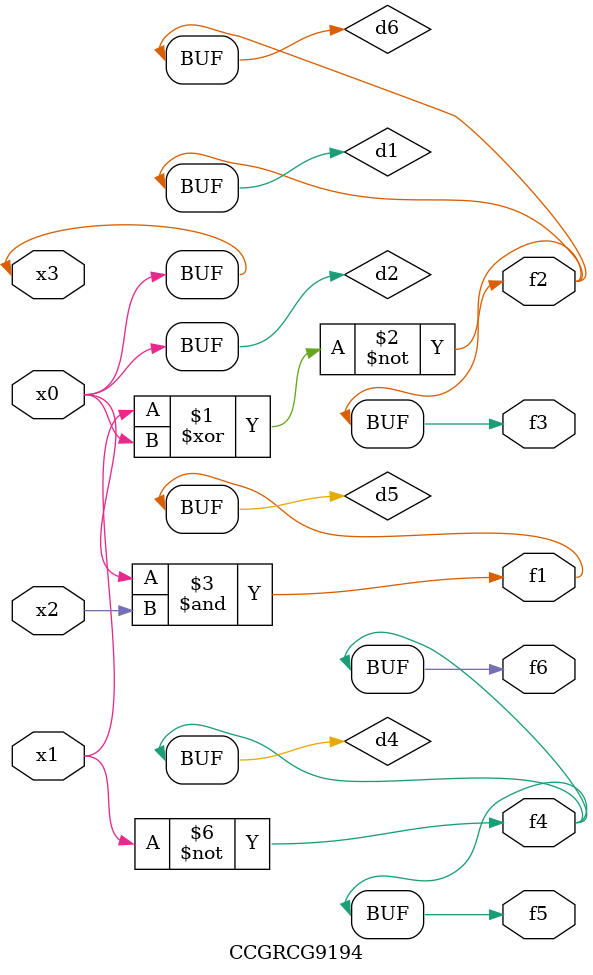
<source format=v>
module CCGRCG9194(
	input x0, x1, x2, x3,
	output f1, f2, f3, f4, f5, f6
);

	wire d1, d2, d3, d4, d5, d6;

	xnor (d1, x1, x3);
	buf (d2, x0, x3);
	nand (d3, x0, x2);
	not (d4, x1);
	nand (d5, d3);
	or (d6, d1);
	assign f1 = d5;
	assign f2 = d6;
	assign f3 = d6;
	assign f4 = d4;
	assign f5 = d4;
	assign f6 = d4;
endmodule

</source>
